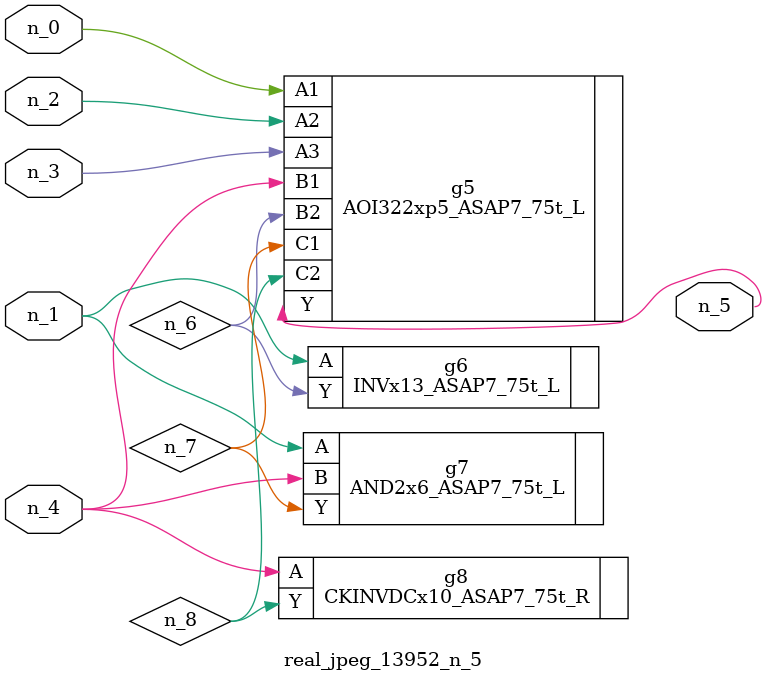
<source format=v>
module real_jpeg_13952_n_5 (n_4, n_0, n_1, n_2, n_3, n_5);

input n_4;
input n_0;
input n_1;
input n_2;
input n_3;

output n_5;

wire n_8;
wire n_6;
wire n_7;

AOI322xp5_ASAP7_75t_L g5 ( 
.A1(n_0),
.A2(n_2),
.A3(n_3),
.B1(n_4),
.B2(n_6),
.C1(n_7),
.C2(n_8),
.Y(n_5)
);

INVx13_ASAP7_75t_L g6 ( 
.A(n_1),
.Y(n_6)
);

AND2x6_ASAP7_75t_L g7 ( 
.A(n_1),
.B(n_4),
.Y(n_7)
);

CKINVDCx10_ASAP7_75t_R g8 ( 
.A(n_4),
.Y(n_8)
);


endmodule
</source>
